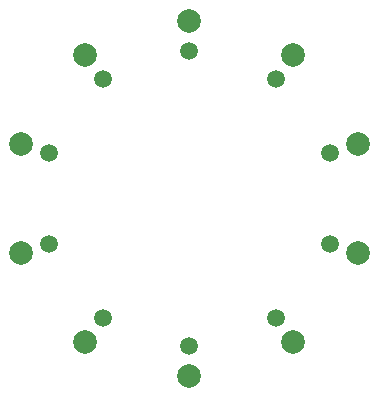
<source format=gbr>
%TF.GenerationSoftware,KiCad,Pcbnew,(7.0.0)*%
%TF.CreationDate,2023-04-25T13:06:37+01:00*%
%TF.ProjectId,BreakawayConnector,42726561-6b61-4776-9179-436f6e6e6563,rev?*%
%TF.SameCoordinates,Original*%
%TF.FileFunction,Soldermask,Top*%
%TF.FilePolarity,Negative*%
%FSLAX46Y46*%
G04 Gerber Fmt 4.6, Leading zero omitted, Abs format (unit mm)*
G04 Created by KiCad (PCBNEW (7.0.0)) date 2023-04-25 13:06:37*
%MOMM*%
%LPD*%
G01*
G04 APERTURE LIST*
%ADD10C,1.500000*%
%ADD11C,2.000000*%
G04 APERTURE END LIST*
D10*
%TO.C,J2*%
X100000000Y-87500000D03*
X92652700Y-89887300D03*
X88111800Y-96137300D03*
X88111800Y-103862700D03*
X92652700Y-110112700D03*
X100000000Y-112500000D03*
X107347300Y-110112700D03*
X111888200Y-103862700D03*
X111888200Y-96137300D03*
X107347300Y-89887300D03*
%TD*%
D11*
%TO.C,J1*%
X100000000Y-85000000D03*
X91183200Y-87864700D03*
X85734200Y-95364700D03*
X85734200Y-104635300D03*
X91183200Y-112135300D03*
X100000000Y-115000000D03*
X108816800Y-112135300D03*
X114265800Y-104635300D03*
X114265800Y-95364700D03*
X108816800Y-87864700D03*
%TD*%
M02*

</source>
